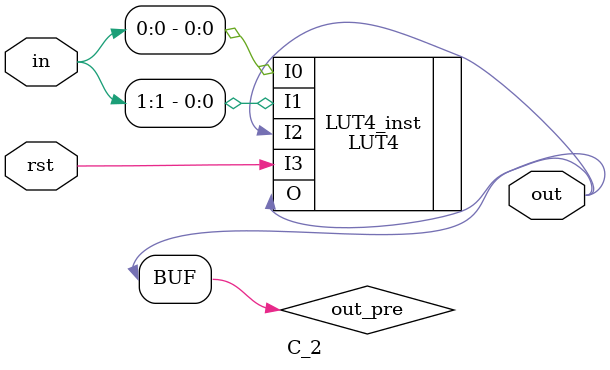
<source format=sv>
`timescale 1ns / 1ps

module C_2
(
//---------CTRL-----------------------
  input                           rst,
//---------IN-------------------------
  input  [1 : 0]                   in,
//---------OUT------------------------
  output                          out
//------------------------------------
);

/*
wire set;
wire reset;

assign set = (&in) && (|in);
assign reset = !(|in) && !(&in);

rs_lat primitive_latch
(
    .rst(rst),
    .r(reset),
    .s(set),
    .out(out)
);


LDCE #(
   .INIT(1'b0),            // Initial value of latch, 1'b0, 1'b1
   // Programmable Inversion Attributes: Specifies the use of the built-in programmable inversion
   .IS_CLR_INVERTED(1'b0), // Optional inversion for CLR
   .IS_G_INVERTED(1'b0)    // Optional inversion for G
)
LDCE_inst (
   .Q(out),     // 1-bit output: Data
   .CLR(rst), // 1-bit input: Asynchronous clear
   .D(in[0]),     // 1-bit input: Data
   .G(in[1] ^ out),     // 1-bit input: Gate
   .GE(1)    // 1-bit input: Gate enable
);







*/

logic out_pre;
assign #37 out = out_pre;

LUT4 #
(
    .INIT(16'h00E8)
)
LUT4_inst
(
    .O  (out_pre),
    .I0 (in[0]),
    .I1 (in[1]),
    .I2 (out),
    .I3 (rst)
);



endmodule
</source>
